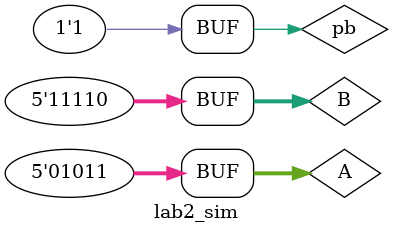
<source format=v>
`timescale 1ns / 1ps


module lab2_sim(
    );
    
    reg [4:0] A, B;
    reg pb;
    wire [4:0] S;
    wire [3:0] an;
    wire [7:0] seg;
    
    lab2 sim(A, B, pb, S, an, seg);
    
    initial begin
        A = 5'b10001; B = 5'b01001; pb = 0; #10;
        A = 5'b10011; B = 5'b01101; pb = 0; #10;
        A = 5'b01111; B = 5'b01111; pb = 0; #10;
        A = 5'b01110; B = 5'b01011; pb = 1; #10;
        A = 5'b00011; B = 5'b11111; pb = 1; #10;
        A = 5'b01011; B = 5'b11110; pb = 1; #10;
    end
    
endmodule

</source>
